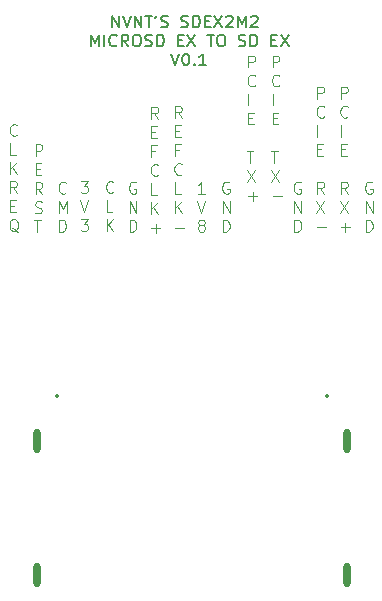
<source format=gto>
%TF.GenerationSoftware,KiCad,Pcbnew,9.0.2*%
%TF.CreationDate,2025-06-23T10:18:23+08:00*%
%TF.ProjectId,SDEX2M2 MicroSD Express to SD Express Adapter,53444558-324d-4322-904d-6963726f5344,rev?*%
%TF.SameCoordinates,Original*%
%TF.FileFunction,Legend,Top*%
%TF.FilePolarity,Positive*%
%FSLAX46Y46*%
G04 Gerber Fmt 4.6, Leading zero omitted, Abs format (unit mm)*
G04 Created by KiCad (PCBNEW 9.0.2) date 2025-06-23 10:18:23*
%MOMM*%
%LPD*%
G01*
G04 APERTURE LIST*
%ADD10C,0.100000*%
%ADD11C,0.200000*%
%ADD12C,0.350000*%
%ADD13O,0.650000X2.050000*%
G04 APERTURE END LIST*
D10*
X144357693Y-116070150D02*
X144262455Y-116022531D01*
X144262455Y-116022531D02*
X144119598Y-116022531D01*
X144119598Y-116022531D02*
X143976741Y-116070150D01*
X143976741Y-116070150D02*
X143881503Y-116165388D01*
X143881503Y-116165388D02*
X143833884Y-116260626D01*
X143833884Y-116260626D02*
X143786265Y-116451102D01*
X143786265Y-116451102D02*
X143786265Y-116593959D01*
X143786265Y-116593959D02*
X143833884Y-116784435D01*
X143833884Y-116784435D02*
X143881503Y-116879673D01*
X143881503Y-116879673D02*
X143976741Y-116974912D01*
X143976741Y-116974912D02*
X144119598Y-117022531D01*
X144119598Y-117022531D02*
X144214836Y-117022531D01*
X144214836Y-117022531D02*
X144357693Y-116974912D01*
X144357693Y-116974912D02*
X144405312Y-116927292D01*
X144405312Y-116927292D02*
X144405312Y-116593959D01*
X144405312Y-116593959D02*
X144214836Y-116593959D01*
X143833884Y-118632475D02*
X143833884Y-117632475D01*
X143833884Y-117632475D02*
X144405312Y-118632475D01*
X144405312Y-118632475D02*
X144405312Y-117632475D01*
X143833884Y-120242419D02*
X143833884Y-119242419D01*
X143833884Y-119242419D02*
X144071979Y-119242419D01*
X144071979Y-119242419D02*
X144214836Y-119290038D01*
X144214836Y-119290038D02*
X144310074Y-119385276D01*
X144310074Y-119385276D02*
X144357693Y-119480514D01*
X144357693Y-119480514D02*
X144405312Y-119670990D01*
X144405312Y-119670990D02*
X144405312Y-119813847D01*
X144405312Y-119813847D02*
X144357693Y-120004323D01*
X144357693Y-120004323D02*
X144310074Y-120099561D01*
X144310074Y-120099561D02*
X144214836Y-120194800D01*
X144214836Y-120194800D02*
X144071979Y-120242419D01*
X144071979Y-120242419D02*
X143833884Y-120242419D01*
X134555312Y-116877292D02*
X134507693Y-116924912D01*
X134507693Y-116924912D02*
X134364836Y-116972531D01*
X134364836Y-116972531D02*
X134269598Y-116972531D01*
X134269598Y-116972531D02*
X134126741Y-116924912D01*
X134126741Y-116924912D02*
X134031503Y-116829673D01*
X134031503Y-116829673D02*
X133983884Y-116734435D01*
X133983884Y-116734435D02*
X133936265Y-116543959D01*
X133936265Y-116543959D02*
X133936265Y-116401102D01*
X133936265Y-116401102D02*
X133983884Y-116210626D01*
X133983884Y-116210626D02*
X134031503Y-116115388D01*
X134031503Y-116115388D02*
X134126741Y-116020150D01*
X134126741Y-116020150D02*
X134269598Y-115972531D01*
X134269598Y-115972531D02*
X134364836Y-115972531D01*
X134364836Y-115972531D02*
X134507693Y-116020150D01*
X134507693Y-116020150D02*
X134555312Y-116067769D01*
X134460074Y-118582475D02*
X133983884Y-118582475D01*
X133983884Y-118582475D02*
X133983884Y-117582475D01*
X133983884Y-120192419D02*
X133983884Y-119192419D01*
X134555312Y-120192419D02*
X134126741Y-119620990D01*
X134555312Y-119192419D02*
X133983884Y-119763847D01*
X151833884Y-108972811D02*
X151833884Y-107972811D01*
X151833884Y-107972811D02*
X152214836Y-107972811D01*
X152214836Y-107972811D02*
X152310074Y-108020430D01*
X152310074Y-108020430D02*
X152357693Y-108068049D01*
X152357693Y-108068049D02*
X152405312Y-108163287D01*
X152405312Y-108163287D02*
X152405312Y-108306144D01*
X152405312Y-108306144D02*
X152357693Y-108401382D01*
X152357693Y-108401382D02*
X152310074Y-108449001D01*
X152310074Y-108449001D02*
X152214836Y-108496620D01*
X152214836Y-108496620D02*
X151833884Y-108496620D01*
X152405312Y-110487516D02*
X152357693Y-110535136D01*
X152357693Y-110535136D02*
X152214836Y-110582755D01*
X152214836Y-110582755D02*
X152119598Y-110582755D01*
X152119598Y-110582755D02*
X151976741Y-110535136D01*
X151976741Y-110535136D02*
X151881503Y-110439897D01*
X151881503Y-110439897D02*
X151833884Y-110344659D01*
X151833884Y-110344659D02*
X151786265Y-110154183D01*
X151786265Y-110154183D02*
X151786265Y-110011326D01*
X151786265Y-110011326D02*
X151833884Y-109820850D01*
X151833884Y-109820850D02*
X151881503Y-109725612D01*
X151881503Y-109725612D02*
X151976741Y-109630374D01*
X151976741Y-109630374D02*
X152119598Y-109582755D01*
X152119598Y-109582755D02*
X152214836Y-109582755D01*
X152214836Y-109582755D02*
X152357693Y-109630374D01*
X152357693Y-109630374D02*
X152405312Y-109677993D01*
X151833884Y-112192699D02*
X151833884Y-111192699D01*
X151833884Y-113278833D02*
X152167217Y-113278833D01*
X152310074Y-113802643D02*
X151833884Y-113802643D01*
X151833884Y-113802643D02*
X151833884Y-112802643D01*
X151833884Y-112802643D02*
X152310074Y-112802643D01*
X152405312Y-117022531D02*
X152071979Y-116546340D01*
X151833884Y-117022531D02*
X151833884Y-116022531D01*
X151833884Y-116022531D02*
X152214836Y-116022531D01*
X152214836Y-116022531D02*
X152310074Y-116070150D01*
X152310074Y-116070150D02*
X152357693Y-116117769D01*
X152357693Y-116117769D02*
X152405312Y-116213007D01*
X152405312Y-116213007D02*
X152405312Y-116355864D01*
X152405312Y-116355864D02*
X152357693Y-116451102D01*
X152357693Y-116451102D02*
X152310074Y-116498721D01*
X152310074Y-116498721D02*
X152214836Y-116546340D01*
X152214836Y-116546340D02*
X151833884Y-116546340D01*
X151738646Y-117632475D02*
X152405312Y-118632475D01*
X152405312Y-117632475D02*
X151738646Y-118632475D01*
X151833884Y-119861466D02*
X152595789Y-119861466D01*
X138355312Y-110682755D02*
X138021979Y-110206564D01*
X137783884Y-110682755D02*
X137783884Y-109682755D01*
X137783884Y-109682755D02*
X138164836Y-109682755D01*
X138164836Y-109682755D02*
X138260074Y-109730374D01*
X138260074Y-109730374D02*
X138307693Y-109777993D01*
X138307693Y-109777993D02*
X138355312Y-109873231D01*
X138355312Y-109873231D02*
X138355312Y-110016088D01*
X138355312Y-110016088D02*
X138307693Y-110111326D01*
X138307693Y-110111326D02*
X138260074Y-110158945D01*
X138260074Y-110158945D02*
X138164836Y-110206564D01*
X138164836Y-110206564D02*
X137783884Y-110206564D01*
X137783884Y-111768889D02*
X138117217Y-111768889D01*
X138260074Y-112292699D02*
X137783884Y-112292699D01*
X137783884Y-112292699D02*
X137783884Y-111292699D01*
X137783884Y-111292699D02*
X138260074Y-111292699D01*
X138117217Y-113378833D02*
X137783884Y-113378833D01*
X137783884Y-113902643D02*
X137783884Y-112902643D01*
X137783884Y-112902643D02*
X138260074Y-112902643D01*
X138355312Y-115417348D02*
X138307693Y-115464968D01*
X138307693Y-115464968D02*
X138164836Y-115512587D01*
X138164836Y-115512587D02*
X138069598Y-115512587D01*
X138069598Y-115512587D02*
X137926741Y-115464968D01*
X137926741Y-115464968D02*
X137831503Y-115369729D01*
X137831503Y-115369729D02*
X137783884Y-115274491D01*
X137783884Y-115274491D02*
X137736265Y-115084015D01*
X137736265Y-115084015D02*
X137736265Y-114941158D01*
X137736265Y-114941158D02*
X137783884Y-114750682D01*
X137783884Y-114750682D02*
X137831503Y-114655444D01*
X137831503Y-114655444D02*
X137926741Y-114560206D01*
X137926741Y-114560206D02*
X138069598Y-114512587D01*
X138069598Y-114512587D02*
X138164836Y-114512587D01*
X138164836Y-114512587D02*
X138307693Y-114560206D01*
X138307693Y-114560206D02*
X138355312Y-114607825D01*
X138260074Y-117122531D02*
X137783884Y-117122531D01*
X137783884Y-117122531D02*
X137783884Y-116122531D01*
X137783884Y-118732475D02*
X137783884Y-117732475D01*
X138355312Y-118732475D02*
X137926741Y-118161046D01*
X138355312Y-117732475D02*
X137783884Y-118303903D01*
X137783884Y-119961466D02*
X138545789Y-119961466D01*
X138164836Y-120342419D02*
X138164836Y-119580514D01*
X153833884Y-108972811D02*
X153833884Y-107972811D01*
X153833884Y-107972811D02*
X154214836Y-107972811D01*
X154214836Y-107972811D02*
X154310074Y-108020430D01*
X154310074Y-108020430D02*
X154357693Y-108068049D01*
X154357693Y-108068049D02*
X154405312Y-108163287D01*
X154405312Y-108163287D02*
X154405312Y-108306144D01*
X154405312Y-108306144D02*
X154357693Y-108401382D01*
X154357693Y-108401382D02*
X154310074Y-108449001D01*
X154310074Y-108449001D02*
X154214836Y-108496620D01*
X154214836Y-108496620D02*
X153833884Y-108496620D01*
X154405312Y-110487516D02*
X154357693Y-110535136D01*
X154357693Y-110535136D02*
X154214836Y-110582755D01*
X154214836Y-110582755D02*
X154119598Y-110582755D01*
X154119598Y-110582755D02*
X153976741Y-110535136D01*
X153976741Y-110535136D02*
X153881503Y-110439897D01*
X153881503Y-110439897D02*
X153833884Y-110344659D01*
X153833884Y-110344659D02*
X153786265Y-110154183D01*
X153786265Y-110154183D02*
X153786265Y-110011326D01*
X153786265Y-110011326D02*
X153833884Y-109820850D01*
X153833884Y-109820850D02*
X153881503Y-109725612D01*
X153881503Y-109725612D02*
X153976741Y-109630374D01*
X153976741Y-109630374D02*
X154119598Y-109582755D01*
X154119598Y-109582755D02*
X154214836Y-109582755D01*
X154214836Y-109582755D02*
X154357693Y-109630374D01*
X154357693Y-109630374D02*
X154405312Y-109677993D01*
X153833884Y-112192699D02*
X153833884Y-111192699D01*
X153833884Y-113278833D02*
X154167217Y-113278833D01*
X154310074Y-113802643D02*
X153833884Y-113802643D01*
X153833884Y-113802643D02*
X153833884Y-112802643D01*
X153833884Y-112802643D02*
X154310074Y-112802643D01*
X154405312Y-117022531D02*
X154071979Y-116546340D01*
X153833884Y-117022531D02*
X153833884Y-116022531D01*
X153833884Y-116022531D02*
X154214836Y-116022531D01*
X154214836Y-116022531D02*
X154310074Y-116070150D01*
X154310074Y-116070150D02*
X154357693Y-116117769D01*
X154357693Y-116117769D02*
X154405312Y-116213007D01*
X154405312Y-116213007D02*
X154405312Y-116355864D01*
X154405312Y-116355864D02*
X154357693Y-116451102D01*
X154357693Y-116451102D02*
X154310074Y-116498721D01*
X154310074Y-116498721D02*
X154214836Y-116546340D01*
X154214836Y-116546340D02*
X153833884Y-116546340D01*
X153738646Y-117632475D02*
X154405312Y-118632475D01*
X154405312Y-117632475D02*
X153738646Y-118632475D01*
X153833884Y-119861466D02*
X154595789Y-119861466D01*
X154214836Y-120242419D02*
X154214836Y-119480514D01*
X130555312Y-116927292D02*
X130507693Y-116974912D01*
X130507693Y-116974912D02*
X130364836Y-117022531D01*
X130364836Y-117022531D02*
X130269598Y-117022531D01*
X130269598Y-117022531D02*
X130126741Y-116974912D01*
X130126741Y-116974912D02*
X130031503Y-116879673D01*
X130031503Y-116879673D02*
X129983884Y-116784435D01*
X129983884Y-116784435D02*
X129936265Y-116593959D01*
X129936265Y-116593959D02*
X129936265Y-116451102D01*
X129936265Y-116451102D02*
X129983884Y-116260626D01*
X129983884Y-116260626D02*
X130031503Y-116165388D01*
X130031503Y-116165388D02*
X130126741Y-116070150D01*
X130126741Y-116070150D02*
X130269598Y-116022531D01*
X130269598Y-116022531D02*
X130364836Y-116022531D01*
X130364836Y-116022531D02*
X130507693Y-116070150D01*
X130507693Y-116070150D02*
X130555312Y-116117769D01*
X129983884Y-118632475D02*
X129983884Y-117632475D01*
X129983884Y-117632475D02*
X130317217Y-118346760D01*
X130317217Y-118346760D02*
X130650550Y-117632475D01*
X130650550Y-117632475D02*
X130650550Y-118632475D01*
X129983884Y-120242419D02*
X129983884Y-119242419D01*
X129983884Y-119242419D02*
X130221979Y-119242419D01*
X130221979Y-119242419D02*
X130364836Y-119290038D01*
X130364836Y-119290038D02*
X130460074Y-119385276D01*
X130460074Y-119385276D02*
X130507693Y-119480514D01*
X130507693Y-119480514D02*
X130555312Y-119670990D01*
X130555312Y-119670990D02*
X130555312Y-119813847D01*
X130555312Y-119813847D02*
X130507693Y-120004323D01*
X130507693Y-120004323D02*
X130460074Y-120099561D01*
X130460074Y-120099561D02*
X130364836Y-120194800D01*
X130364836Y-120194800D02*
X130221979Y-120242419D01*
X130221979Y-120242419D02*
X129983884Y-120242419D01*
X126405312Y-112047460D02*
X126357693Y-112095080D01*
X126357693Y-112095080D02*
X126214836Y-112142699D01*
X126214836Y-112142699D02*
X126119598Y-112142699D01*
X126119598Y-112142699D02*
X125976741Y-112095080D01*
X125976741Y-112095080D02*
X125881503Y-111999841D01*
X125881503Y-111999841D02*
X125833884Y-111904603D01*
X125833884Y-111904603D02*
X125786265Y-111714127D01*
X125786265Y-111714127D02*
X125786265Y-111571270D01*
X125786265Y-111571270D02*
X125833884Y-111380794D01*
X125833884Y-111380794D02*
X125881503Y-111285556D01*
X125881503Y-111285556D02*
X125976741Y-111190318D01*
X125976741Y-111190318D02*
X126119598Y-111142699D01*
X126119598Y-111142699D02*
X126214836Y-111142699D01*
X126214836Y-111142699D02*
X126357693Y-111190318D01*
X126357693Y-111190318D02*
X126405312Y-111237937D01*
X126310074Y-113752643D02*
X125833884Y-113752643D01*
X125833884Y-113752643D02*
X125833884Y-112752643D01*
X125833884Y-115362587D02*
X125833884Y-114362587D01*
X126405312Y-115362587D02*
X125976741Y-114791158D01*
X126405312Y-114362587D02*
X125833884Y-114934015D01*
X126405312Y-116972531D02*
X126071979Y-116496340D01*
X125833884Y-116972531D02*
X125833884Y-115972531D01*
X125833884Y-115972531D02*
X126214836Y-115972531D01*
X126214836Y-115972531D02*
X126310074Y-116020150D01*
X126310074Y-116020150D02*
X126357693Y-116067769D01*
X126357693Y-116067769D02*
X126405312Y-116163007D01*
X126405312Y-116163007D02*
X126405312Y-116305864D01*
X126405312Y-116305864D02*
X126357693Y-116401102D01*
X126357693Y-116401102D02*
X126310074Y-116448721D01*
X126310074Y-116448721D02*
X126214836Y-116496340D01*
X126214836Y-116496340D02*
X125833884Y-116496340D01*
X125833884Y-118058665D02*
X126167217Y-118058665D01*
X126310074Y-118582475D02*
X125833884Y-118582475D01*
X125833884Y-118582475D02*
X125833884Y-117582475D01*
X125833884Y-117582475D02*
X126310074Y-117582475D01*
X126500550Y-120287657D02*
X126405312Y-120240038D01*
X126405312Y-120240038D02*
X126310074Y-120144800D01*
X126310074Y-120144800D02*
X126167217Y-120001942D01*
X126167217Y-120001942D02*
X126071979Y-119954323D01*
X126071979Y-119954323D02*
X125976741Y-119954323D01*
X126024360Y-120192419D02*
X125929122Y-120144800D01*
X125929122Y-120144800D02*
X125833884Y-120049561D01*
X125833884Y-120049561D02*
X125786265Y-119859085D01*
X125786265Y-119859085D02*
X125786265Y-119525752D01*
X125786265Y-119525752D02*
X125833884Y-119335276D01*
X125833884Y-119335276D02*
X125929122Y-119240038D01*
X125929122Y-119240038D02*
X126024360Y-119192419D01*
X126024360Y-119192419D02*
X126214836Y-119192419D01*
X126214836Y-119192419D02*
X126310074Y-119240038D01*
X126310074Y-119240038D02*
X126405312Y-119335276D01*
X126405312Y-119335276D02*
X126452931Y-119525752D01*
X126452931Y-119525752D02*
X126452931Y-119859085D01*
X126452931Y-119859085D02*
X126405312Y-120049561D01*
X126405312Y-120049561D02*
X126310074Y-120144800D01*
X126310074Y-120144800D02*
X126214836Y-120192419D01*
X126214836Y-120192419D02*
X126024360Y-120192419D01*
X142307693Y-117022531D02*
X141736265Y-117022531D01*
X142021979Y-117022531D02*
X142021979Y-116022531D01*
X142021979Y-116022531D02*
X141926741Y-116165388D01*
X141926741Y-116165388D02*
X141831503Y-116260626D01*
X141831503Y-116260626D02*
X141736265Y-116308245D01*
X141641027Y-117632475D02*
X141974360Y-118632475D01*
X141974360Y-118632475D02*
X142307693Y-117632475D01*
X141926741Y-119670990D02*
X141831503Y-119623371D01*
X141831503Y-119623371D02*
X141783884Y-119575752D01*
X141783884Y-119575752D02*
X141736265Y-119480514D01*
X141736265Y-119480514D02*
X141736265Y-119432895D01*
X141736265Y-119432895D02*
X141783884Y-119337657D01*
X141783884Y-119337657D02*
X141831503Y-119290038D01*
X141831503Y-119290038D02*
X141926741Y-119242419D01*
X141926741Y-119242419D02*
X142117217Y-119242419D01*
X142117217Y-119242419D02*
X142212455Y-119290038D01*
X142212455Y-119290038D02*
X142260074Y-119337657D01*
X142260074Y-119337657D02*
X142307693Y-119432895D01*
X142307693Y-119432895D02*
X142307693Y-119480514D01*
X142307693Y-119480514D02*
X142260074Y-119575752D01*
X142260074Y-119575752D02*
X142212455Y-119623371D01*
X142212455Y-119623371D02*
X142117217Y-119670990D01*
X142117217Y-119670990D02*
X141926741Y-119670990D01*
X141926741Y-119670990D02*
X141831503Y-119718609D01*
X141831503Y-119718609D02*
X141783884Y-119766228D01*
X141783884Y-119766228D02*
X141736265Y-119861466D01*
X141736265Y-119861466D02*
X141736265Y-120051942D01*
X141736265Y-120051942D02*
X141783884Y-120147180D01*
X141783884Y-120147180D02*
X141831503Y-120194800D01*
X141831503Y-120194800D02*
X141926741Y-120242419D01*
X141926741Y-120242419D02*
X142117217Y-120242419D01*
X142117217Y-120242419D02*
X142212455Y-120194800D01*
X142212455Y-120194800D02*
X142260074Y-120147180D01*
X142260074Y-120147180D02*
X142307693Y-120051942D01*
X142307693Y-120051942D02*
X142307693Y-119861466D01*
X142307693Y-119861466D02*
X142260074Y-119766228D01*
X142260074Y-119766228D02*
X142212455Y-119718609D01*
X142212455Y-119718609D02*
X142117217Y-119670990D01*
X145994330Y-106342356D02*
X145994330Y-105342356D01*
X145994330Y-105342356D02*
X146375282Y-105342356D01*
X146375282Y-105342356D02*
X146470520Y-105389975D01*
X146470520Y-105389975D02*
X146518139Y-105437594D01*
X146518139Y-105437594D02*
X146565758Y-105532832D01*
X146565758Y-105532832D02*
X146565758Y-105675689D01*
X146565758Y-105675689D02*
X146518139Y-105770927D01*
X146518139Y-105770927D02*
X146470520Y-105818546D01*
X146470520Y-105818546D02*
X146375282Y-105866165D01*
X146375282Y-105866165D02*
X145994330Y-105866165D01*
X146565758Y-107857061D02*
X146518139Y-107904681D01*
X146518139Y-107904681D02*
X146375282Y-107952300D01*
X146375282Y-107952300D02*
X146280044Y-107952300D01*
X146280044Y-107952300D02*
X146137187Y-107904681D01*
X146137187Y-107904681D02*
X146041949Y-107809442D01*
X146041949Y-107809442D02*
X145994330Y-107714204D01*
X145994330Y-107714204D02*
X145946711Y-107523728D01*
X145946711Y-107523728D02*
X145946711Y-107380871D01*
X145946711Y-107380871D02*
X145994330Y-107190395D01*
X145994330Y-107190395D02*
X146041949Y-107095157D01*
X146041949Y-107095157D02*
X146137187Y-106999919D01*
X146137187Y-106999919D02*
X146280044Y-106952300D01*
X146280044Y-106952300D02*
X146375282Y-106952300D01*
X146375282Y-106952300D02*
X146518139Y-106999919D01*
X146518139Y-106999919D02*
X146565758Y-107047538D01*
X145994330Y-109562244D02*
X145994330Y-108562244D01*
X145994330Y-110648378D02*
X146327663Y-110648378D01*
X146470520Y-111172188D02*
X145994330Y-111172188D01*
X145994330Y-111172188D02*
X145994330Y-110172188D01*
X145994330Y-110172188D02*
X146470520Y-110172188D01*
X145851473Y-113392076D02*
X146422901Y-113392076D01*
X146137187Y-114392076D02*
X146137187Y-113392076D01*
X145899092Y-115002020D02*
X146565758Y-116002020D01*
X146565758Y-115002020D02*
X145899092Y-116002020D01*
X145994330Y-117231011D02*
X146756235Y-117231011D01*
X146375282Y-117611964D02*
X146375282Y-116850059D01*
X131788646Y-115972531D02*
X132407693Y-115972531D01*
X132407693Y-115972531D02*
X132074360Y-116353483D01*
X132074360Y-116353483D02*
X132217217Y-116353483D01*
X132217217Y-116353483D02*
X132312455Y-116401102D01*
X132312455Y-116401102D02*
X132360074Y-116448721D01*
X132360074Y-116448721D02*
X132407693Y-116543959D01*
X132407693Y-116543959D02*
X132407693Y-116782054D01*
X132407693Y-116782054D02*
X132360074Y-116877292D01*
X132360074Y-116877292D02*
X132312455Y-116924912D01*
X132312455Y-116924912D02*
X132217217Y-116972531D01*
X132217217Y-116972531D02*
X131931503Y-116972531D01*
X131931503Y-116972531D02*
X131836265Y-116924912D01*
X131836265Y-116924912D02*
X131788646Y-116877292D01*
X131741027Y-117582475D02*
X132074360Y-118582475D01*
X132074360Y-118582475D02*
X132407693Y-117582475D01*
X131788646Y-119192419D02*
X132407693Y-119192419D01*
X132407693Y-119192419D02*
X132074360Y-119573371D01*
X132074360Y-119573371D02*
X132217217Y-119573371D01*
X132217217Y-119573371D02*
X132312455Y-119620990D01*
X132312455Y-119620990D02*
X132360074Y-119668609D01*
X132360074Y-119668609D02*
X132407693Y-119763847D01*
X132407693Y-119763847D02*
X132407693Y-120001942D01*
X132407693Y-120001942D02*
X132360074Y-120097180D01*
X132360074Y-120097180D02*
X132312455Y-120144800D01*
X132312455Y-120144800D02*
X132217217Y-120192419D01*
X132217217Y-120192419D02*
X131931503Y-120192419D01*
X131931503Y-120192419D02*
X131836265Y-120144800D01*
X131836265Y-120144800D02*
X131788646Y-120097180D01*
X150407693Y-116070150D02*
X150312455Y-116022531D01*
X150312455Y-116022531D02*
X150169598Y-116022531D01*
X150169598Y-116022531D02*
X150026741Y-116070150D01*
X150026741Y-116070150D02*
X149931503Y-116165388D01*
X149931503Y-116165388D02*
X149883884Y-116260626D01*
X149883884Y-116260626D02*
X149836265Y-116451102D01*
X149836265Y-116451102D02*
X149836265Y-116593959D01*
X149836265Y-116593959D02*
X149883884Y-116784435D01*
X149883884Y-116784435D02*
X149931503Y-116879673D01*
X149931503Y-116879673D02*
X150026741Y-116974912D01*
X150026741Y-116974912D02*
X150169598Y-117022531D01*
X150169598Y-117022531D02*
X150264836Y-117022531D01*
X150264836Y-117022531D02*
X150407693Y-116974912D01*
X150407693Y-116974912D02*
X150455312Y-116927292D01*
X150455312Y-116927292D02*
X150455312Y-116593959D01*
X150455312Y-116593959D02*
X150264836Y-116593959D01*
X149883884Y-118632475D02*
X149883884Y-117632475D01*
X149883884Y-117632475D02*
X150455312Y-118632475D01*
X150455312Y-118632475D02*
X150455312Y-117632475D01*
X149883884Y-120242419D02*
X149883884Y-119242419D01*
X149883884Y-119242419D02*
X150121979Y-119242419D01*
X150121979Y-119242419D02*
X150264836Y-119290038D01*
X150264836Y-119290038D02*
X150360074Y-119385276D01*
X150360074Y-119385276D02*
X150407693Y-119480514D01*
X150407693Y-119480514D02*
X150455312Y-119670990D01*
X150455312Y-119670990D02*
X150455312Y-119813847D01*
X150455312Y-119813847D02*
X150407693Y-120004323D01*
X150407693Y-120004323D02*
X150360074Y-120099561D01*
X150360074Y-120099561D02*
X150264836Y-120194800D01*
X150264836Y-120194800D02*
X150121979Y-120242419D01*
X150121979Y-120242419D02*
X149883884Y-120242419D01*
X127983884Y-113852643D02*
X127983884Y-112852643D01*
X127983884Y-112852643D02*
X128364836Y-112852643D01*
X128364836Y-112852643D02*
X128460074Y-112900262D01*
X128460074Y-112900262D02*
X128507693Y-112947881D01*
X128507693Y-112947881D02*
X128555312Y-113043119D01*
X128555312Y-113043119D02*
X128555312Y-113185976D01*
X128555312Y-113185976D02*
X128507693Y-113281214D01*
X128507693Y-113281214D02*
X128460074Y-113328833D01*
X128460074Y-113328833D02*
X128364836Y-113376452D01*
X128364836Y-113376452D02*
X127983884Y-113376452D01*
X127983884Y-114938777D02*
X128317217Y-114938777D01*
X128460074Y-115462587D02*
X127983884Y-115462587D01*
X127983884Y-115462587D02*
X127983884Y-114462587D01*
X127983884Y-114462587D02*
X128460074Y-114462587D01*
X128555312Y-117072531D02*
X128221979Y-116596340D01*
X127983884Y-117072531D02*
X127983884Y-116072531D01*
X127983884Y-116072531D02*
X128364836Y-116072531D01*
X128364836Y-116072531D02*
X128460074Y-116120150D01*
X128460074Y-116120150D02*
X128507693Y-116167769D01*
X128507693Y-116167769D02*
X128555312Y-116263007D01*
X128555312Y-116263007D02*
X128555312Y-116405864D01*
X128555312Y-116405864D02*
X128507693Y-116501102D01*
X128507693Y-116501102D02*
X128460074Y-116548721D01*
X128460074Y-116548721D02*
X128364836Y-116596340D01*
X128364836Y-116596340D02*
X127983884Y-116596340D01*
X127936265Y-118634856D02*
X128079122Y-118682475D01*
X128079122Y-118682475D02*
X128317217Y-118682475D01*
X128317217Y-118682475D02*
X128412455Y-118634856D01*
X128412455Y-118634856D02*
X128460074Y-118587236D01*
X128460074Y-118587236D02*
X128507693Y-118491998D01*
X128507693Y-118491998D02*
X128507693Y-118396760D01*
X128507693Y-118396760D02*
X128460074Y-118301522D01*
X128460074Y-118301522D02*
X128412455Y-118253903D01*
X128412455Y-118253903D02*
X128317217Y-118206284D01*
X128317217Y-118206284D02*
X128126741Y-118158665D01*
X128126741Y-118158665D02*
X128031503Y-118111046D01*
X128031503Y-118111046D02*
X127983884Y-118063427D01*
X127983884Y-118063427D02*
X127936265Y-117968189D01*
X127936265Y-117968189D02*
X127936265Y-117872951D01*
X127936265Y-117872951D02*
X127983884Y-117777713D01*
X127983884Y-117777713D02*
X128031503Y-117730094D01*
X128031503Y-117730094D02*
X128126741Y-117682475D01*
X128126741Y-117682475D02*
X128364836Y-117682475D01*
X128364836Y-117682475D02*
X128507693Y-117730094D01*
X127841027Y-119292419D02*
X128412455Y-119292419D01*
X128126741Y-120292419D02*
X128126741Y-119292419D01*
X140355312Y-110632755D02*
X140021979Y-110156564D01*
X139783884Y-110632755D02*
X139783884Y-109632755D01*
X139783884Y-109632755D02*
X140164836Y-109632755D01*
X140164836Y-109632755D02*
X140260074Y-109680374D01*
X140260074Y-109680374D02*
X140307693Y-109727993D01*
X140307693Y-109727993D02*
X140355312Y-109823231D01*
X140355312Y-109823231D02*
X140355312Y-109966088D01*
X140355312Y-109966088D02*
X140307693Y-110061326D01*
X140307693Y-110061326D02*
X140260074Y-110108945D01*
X140260074Y-110108945D02*
X140164836Y-110156564D01*
X140164836Y-110156564D02*
X139783884Y-110156564D01*
X139783884Y-111718889D02*
X140117217Y-111718889D01*
X140260074Y-112242699D02*
X139783884Y-112242699D01*
X139783884Y-112242699D02*
X139783884Y-111242699D01*
X139783884Y-111242699D02*
X140260074Y-111242699D01*
X140117217Y-113328833D02*
X139783884Y-113328833D01*
X139783884Y-113852643D02*
X139783884Y-112852643D01*
X139783884Y-112852643D02*
X140260074Y-112852643D01*
X140355312Y-115367348D02*
X140307693Y-115414968D01*
X140307693Y-115414968D02*
X140164836Y-115462587D01*
X140164836Y-115462587D02*
X140069598Y-115462587D01*
X140069598Y-115462587D02*
X139926741Y-115414968D01*
X139926741Y-115414968D02*
X139831503Y-115319729D01*
X139831503Y-115319729D02*
X139783884Y-115224491D01*
X139783884Y-115224491D02*
X139736265Y-115034015D01*
X139736265Y-115034015D02*
X139736265Y-114891158D01*
X139736265Y-114891158D02*
X139783884Y-114700682D01*
X139783884Y-114700682D02*
X139831503Y-114605444D01*
X139831503Y-114605444D02*
X139926741Y-114510206D01*
X139926741Y-114510206D02*
X140069598Y-114462587D01*
X140069598Y-114462587D02*
X140164836Y-114462587D01*
X140164836Y-114462587D02*
X140307693Y-114510206D01*
X140307693Y-114510206D02*
X140355312Y-114557825D01*
X140260074Y-117072531D02*
X139783884Y-117072531D01*
X139783884Y-117072531D02*
X139783884Y-116072531D01*
X139783884Y-118682475D02*
X139783884Y-117682475D01*
X140355312Y-118682475D02*
X139926741Y-118111046D01*
X140355312Y-117682475D02*
X139783884Y-118253903D01*
X139783884Y-119911466D02*
X140545789Y-119911466D01*
X156457693Y-116070150D02*
X156362455Y-116022531D01*
X156362455Y-116022531D02*
X156219598Y-116022531D01*
X156219598Y-116022531D02*
X156076741Y-116070150D01*
X156076741Y-116070150D02*
X155981503Y-116165388D01*
X155981503Y-116165388D02*
X155933884Y-116260626D01*
X155933884Y-116260626D02*
X155886265Y-116451102D01*
X155886265Y-116451102D02*
X155886265Y-116593959D01*
X155886265Y-116593959D02*
X155933884Y-116784435D01*
X155933884Y-116784435D02*
X155981503Y-116879673D01*
X155981503Y-116879673D02*
X156076741Y-116974912D01*
X156076741Y-116974912D02*
X156219598Y-117022531D01*
X156219598Y-117022531D02*
X156314836Y-117022531D01*
X156314836Y-117022531D02*
X156457693Y-116974912D01*
X156457693Y-116974912D02*
X156505312Y-116927292D01*
X156505312Y-116927292D02*
X156505312Y-116593959D01*
X156505312Y-116593959D02*
X156314836Y-116593959D01*
X155933884Y-118632475D02*
X155933884Y-117632475D01*
X155933884Y-117632475D02*
X156505312Y-118632475D01*
X156505312Y-118632475D02*
X156505312Y-117632475D01*
X155933884Y-120242419D02*
X155933884Y-119242419D01*
X155933884Y-119242419D02*
X156171979Y-119242419D01*
X156171979Y-119242419D02*
X156314836Y-119290038D01*
X156314836Y-119290038D02*
X156410074Y-119385276D01*
X156410074Y-119385276D02*
X156457693Y-119480514D01*
X156457693Y-119480514D02*
X156505312Y-119670990D01*
X156505312Y-119670990D02*
X156505312Y-119813847D01*
X156505312Y-119813847D02*
X156457693Y-120004323D01*
X156457693Y-120004323D02*
X156410074Y-120099561D01*
X156410074Y-120099561D02*
X156314836Y-120194800D01*
X156314836Y-120194800D02*
X156171979Y-120242419D01*
X156171979Y-120242419D02*
X155933884Y-120242419D01*
X148044330Y-106342356D02*
X148044330Y-105342356D01*
X148044330Y-105342356D02*
X148425282Y-105342356D01*
X148425282Y-105342356D02*
X148520520Y-105389975D01*
X148520520Y-105389975D02*
X148568139Y-105437594D01*
X148568139Y-105437594D02*
X148615758Y-105532832D01*
X148615758Y-105532832D02*
X148615758Y-105675689D01*
X148615758Y-105675689D02*
X148568139Y-105770927D01*
X148568139Y-105770927D02*
X148520520Y-105818546D01*
X148520520Y-105818546D02*
X148425282Y-105866165D01*
X148425282Y-105866165D02*
X148044330Y-105866165D01*
X148615758Y-107857061D02*
X148568139Y-107904681D01*
X148568139Y-107904681D02*
X148425282Y-107952300D01*
X148425282Y-107952300D02*
X148330044Y-107952300D01*
X148330044Y-107952300D02*
X148187187Y-107904681D01*
X148187187Y-107904681D02*
X148091949Y-107809442D01*
X148091949Y-107809442D02*
X148044330Y-107714204D01*
X148044330Y-107714204D02*
X147996711Y-107523728D01*
X147996711Y-107523728D02*
X147996711Y-107380871D01*
X147996711Y-107380871D02*
X148044330Y-107190395D01*
X148044330Y-107190395D02*
X148091949Y-107095157D01*
X148091949Y-107095157D02*
X148187187Y-106999919D01*
X148187187Y-106999919D02*
X148330044Y-106952300D01*
X148330044Y-106952300D02*
X148425282Y-106952300D01*
X148425282Y-106952300D02*
X148568139Y-106999919D01*
X148568139Y-106999919D02*
X148615758Y-107047538D01*
X148044330Y-109562244D02*
X148044330Y-108562244D01*
X148044330Y-110648378D02*
X148377663Y-110648378D01*
X148520520Y-111172188D02*
X148044330Y-111172188D01*
X148044330Y-111172188D02*
X148044330Y-110172188D01*
X148044330Y-110172188D02*
X148520520Y-110172188D01*
X147901473Y-113392076D02*
X148472901Y-113392076D01*
X148187187Y-114392076D02*
X148187187Y-113392076D01*
X147949092Y-115002020D02*
X148615758Y-116002020D01*
X148615758Y-115002020D02*
X147949092Y-116002020D01*
X148044330Y-117231011D02*
X148806235Y-117231011D01*
X136457693Y-116070150D02*
X136362455Y-116022531D01*
X136362455Y-116022531D02*
X136219598Y-116022531D01*
X136219598Y-116022531D02*
X136076741Y-116070150D01*
X136076741Y-116070150D02*
X135981503Y-116165388D01*
X135981503Y-116165388D02*
X135933884Y-116260626D01*
X135933884Y-116260626D02*
X135886265Y-116451102D01*
X135886265Y-116451102D02*
X135886265Y-116593959D01*
X135886265Y-116593959D02*
X135933884Y-116784435D01*
X135933884Y-116784435D02*
X135981503Y-116879673D01*
X135981503Y-116879673D02*
X136076741Y-116974912D01*
X136076741Y-116974912D02*
X136219598Y-117022531D01*
X136219598Y-117022531D02*
X136314836Y-117022531D01*
X136314836Y-117022531D02*
X136457693Y-116974912D01*
X136457693Y-116974912D02*
X136505312Y-116927292D01*
X136505312Y-116927292D02*
X136505312Y-116593959D01*
X136505312Y-116593959D02*
X136314836Y-116593959D01*
X135933884Y-118632475D02*
X135933884Y-117632475D01*
X135933884Y-117632475D02*
X136505312Y-118632475D01*
X136505312Y-118632475D02*
X136505312Y-117632475D01*
X135933884Y-120242419D02*
X135933884Y-119242419D01*
X135933884Y-119242419D02*
X136171979Y-119242419D01*
X136171979Y-119242419D02*
X136314836Y-119290038D01*
X136314836Y-119290038D02*
X136410074Y-119385276D01*
X136410074Y-119385276D02*
X136457693Y-119480514D01*
X136457693Y-119480514D02*
X136505312Y-119670990D01*
X136505312Y-119670990D02*
X136505312Y-119813847D01*
X136505312Y-119813847D02*
X136457693Y-120004323D01*
X136457693Y-120004323D02*
X136410074Y-120099561D01*
X136410074Y-120099561D02*
X136314836Y-120194800D01*
X136314836Y-120194800D02*
X136171979Y-120242419D01*
X136171979Y-120242419D02*
X135933884Y-120242419D01*
D11*
X134456190Y-102947331D02*
X134456190Y-101947331D01*
X134456190Y-101947331D02*
X135027618Y-102947331D01*
X135027618Y-102947331D02*
X135027618Y-101947331D01*
X135360952Y-101947331D02*
X135694285Y-102947331D01*
X135694285Y-102947331D02*
X136027618Y-101947331D01*
X136360952Y-102947331D02*
X136360952Y-101947331D01*
X136360952Y-101947331D02*
X136932380Y-102947331D01*
X136932380Y-102947331D02*
X136932380Y-101947331D01*
X137265714Y-101947331D02*
X137837142Y-101947331D01*
X137551428Y-102947331D02*
X137551428Y-101947331D01*
X138218095Y-101947331D02*
X138122857Y-102137807D01*
X138599047Y-102899712D02*
X138741904Y-102947331D01*
X138741904Y-102947331D02*
X138979999Y-102947331D01*
X138979999Y-102947331D02*
X139075237Y-102899712D01*
X139075237Y-102899712D02*
X139122856Y-102852092D01*
X139122856Y-102852092D02*
X139170475Y-102756854D01*
X139170475Y-102756854D02*
X139170475Y-102661616D01*
X139170475Y-102661616D02*
X139122856Y-102566378D01*
X139122856Y-102566378D02*
X139075237Y-102518759D01*
X139075237Y-102518759D02*
X138979999Y-102471140D01*
X138979999Y-102471140D02*
X138789523Y-102423521D01*
X138789523Y-102423521D02*
X138694285Y-102375902D01*
X138694285Y-102375902D02*
X138646666Y-102328283D01*
X138646666Y-102328283D02*
X138599047Y-102233045D01*
X138599047Y-102233045D02*
X138599047Y-102137807D01*
X138599047Y-102137807D02*
X138646666Y-102042569D01*
X138646666Y-102042569D02*
X138694285Y-101994950D01*
X138694285Y-101994950D02*
X138789523Y-101947331D01*
X138789523Y-101947331D02*
X139027618Y-101947331D01*
X139027618Y-101947331D02*
X139170475Y-101994950D01*
X140313333Y-102899712D02*
X140456190Y-102947331D01*
X140456190Y-102947331D02*
X140694285Y-102947331D01*
X140694285Y-102947331D02*
X140789523Y-102899712D01*
X140789523Y-102899712D02*
X140837142Y-102852092D01*
X140837142Y-102852092D02*
X140884761Y-102756854D01*
X140884761Y-102756854D02*
X140884761Y-102661616D01*
X140884761Y-102661616D02*
X140837142Y-102566378D01*
X140837142Y-102566378D02*
X140789523Y-102518759D01*
X140789523Y-102518759D02*
X140694285Y-102471140D01*
X140694285Y-102471140D02*
X140503809Y-102423521D01*
X140503809Y-102423521D02*
X140408571Y-102375902D01*
X140408571Y-102375902D02*
X140360952Y-102328283D01*
X140360952Y-102328283D02*
X140313333Y-102233045D01*
X140313333Y-102233045D02*
X140313333Y-102137807D01*
X140313333Y-102137807D02*
X140360952Y-102042569D01*
X140360952Y-102042569D02*
X140408571Y-101994950D01*
X140408571Y-101994950D02*
X140503809Y-101947331D01*
X140503809Y-101947331D02*
X140741904Y-101947331D01*
X140741904Y-101947331D02*
X140884761Y-101994950D01*
X141313333Y-102947331D02*
X141313333Y-101947331D01*
X141313333Y-101947331D02*
X141551428Y-101947331D01*
X141551428Y-101947331D02*
X141694285Y-101994950D01*
X141694285Y-101994950D02*
X141789523Y-102090188D01*
X141789523Y-102090188D02*
X141837142Y-102185426D01*
X141837142Y-102185426D02*
X141884761Y-102375902D01*
X141884761Y-102375902D02*
X141884761Y-102518759D01*
X141884761Y-102518759D02*
X141837142Y-102709235D01*
X141837142Y-102709235D02*
X141789523Y-102804473D01*
X141789523Y-102804473D02*
X141694285Y-102899712D01*
X141694285Y-102899712D02*
X141551428Y-102947331D01*
X141551428Y-102947331D02*
X141313333Y-102947331D01*
X142313333Y-102423521D02*
X142646666Y-102423521D01*
X142789523Y-102947331D02*
X142313333Y-102947331D01*
X142313333Y-102947331D02*
X142313333Y-101947331D01*
X142313333Y-101947331D02*
X142789523Y-101947331D01*
X143122857Y-101947331D02*
X143789523Y-102947331D01*
X143789523Y-101947331D02*
X143122857Y-102947331D01*
X144122857Y-102042569D02*
X144170476Y-101994950D01*
X144170476Y-101994950D02*
X144265714Y-101947331D01*
X144265714Y-101947331D02*
X144503809Y-101947331D01*
X144503809Y-101947331D02*
X144599047Y-101994950D01*
X144599047Y-101994950D02*
X144646666Y-102042569D01*
X144646666Y-102042569D02*
X144694285Y-102137807D01*
X144694285Y-102137807D02*
X144694285Y-102233045D01*
X144694285Y-102233045D02*
X144646666Y-102375902D01*
X144646666Y-102375902D02*
X144075238Y-102947331D01*
X144075238Y-102947331D02*
X144694285Y-102947331D01*
X145122857Y-102947331D02*
X145122857Y-101947331D01*
X145122857Y-101947331D02*
X145456190Y-102661616D01*
X145456190Y-102661616D02*
X145789523Y-101947331D01*
X145789523Y-101947331D02*
X145789523Y-102947331D01*
X146218095Y-102042569D02*
X146265714Y-101994950D01*
X146265714Y-101994950D02*
X146360952Y-101947331D01*
X146360952Y-101947331D02*
X146599047Y-101947331D01*
X146599047Y-101947331D02*
X146694285Y-101994950D01*
X146694285Y-101994950D02*
X146741904Y-102042569D01*
X146741904Y-102042569D02*
X146789523Y-102137807D01*
X146789523Y-102137807D02*
X146789523Y-102233045D01*
X146789523Y-102233045D02*
X146741904Y-102375902D01*
X146741904Y-102375902D02*
X146170476Y-102947331D01*
X146170476Y-102947331D02*
X146789523Y-102947331D01*
X132646666Y-104557275D02*
X132646666Y-103557275D01*
X132646666Y-103557275D02*
X132979999Y-104271560D01*
X132979999Y-104271560D02*
X133313332Y-103557275D01*
X133313332Y-103557275D02*
X133313332Y-104557275D01*
X133789523Y-104557275D02*
X133789523Y-103557275D01*
X134837141Y-104462036D02*
X134789522Y-104509656D01*
X134789522Y-104509656D02*
X134646665Y-104557275D01*
X134646665Y-104557275D02*
X134551427Y-104557275D01*
X134551427Y-104557275D02*
X134408570Y-104509656D01*
X134408570Y-104509656D02*
X134313332Y-104414417D01*
X134313332Y-104414417D02*
X134265713Y-104319179D01*
X134265713Y-104319179D02*
X134218094Y-104128703D01*
X134218094Y-104128703D02*
X134218094Y-103985846D01*
X134218094Y-103985846D02*
X134265713Y-103795370D01*
X134265713Y-103795370D02*
X134313332Y-103700132D01*
X134313332Y-103700132D02*
X134408570Y-103604894D01*
X134408570Y-103604894D02*
X134551427Y-103557275D01*
X134551427Y-103557275D02*
X134646665Y-103557275D01*
X134646665Y-103557275D02*
X134789522Y-103604894D01*
X134789522Y-103604894D02*
X134837141Y-103652513D01*
X135837141Y-104557275D02*
X135503808Y-104081084D01*
X135265713Y-104557275D02*
X135265713Y-103557275D01*
X135265713Y-103557275D02*
X135646665Y-103557275D01*
X135646665Y-103557275D02*
X135741903Y-103604894D01*
X135741903Y-103604894D02*
X135789522Y-103652513D01*
X135789522Y-103652513D02*
X135837141Y-103747751D01*
X135837141Y-103747751D02*
X135837141Y-103890608D01*
X135837141Y-103890608D02*
X135789522Y-103985846D01*
X135789522Y-103985846D02*
X135741903Y-104033465D01*
X135741903Y-104033465D02*
X135646665Y-104081084D01*
X135646665Y-104081084D02*
X135265713Y-104081084D01*
X136456189Y-103557275D02*
X136646665Y-103557275D01*
X136646665Y-103557275D02*
X136741903Y-103604894D01*
X136741903Y-103604894D02*
X136837141Y-103700132D01*
X136837141Y-103700132D02*
X136884760Y-103890608D01*
X136884760Y-103890608D02*
X136884760Y-104223941D01*
X136884760Y-104223941D02*
X136837141Y-104414417D01*
X136837141Y-104414417D02*
X136741903Y-104509656D01*
X136741903Y-104509656D02*
X136646665Y-104557275D01*
X136646665Y-104557275D02*
X136456189Y-104557275D01*
X136456189Y-104557275D02*
X136360951Y-104509656D01*
X136360951Y-104509656D02*
X136265713Y-104414417D01*
X136265713Y-104414417D02*
X136218094Y-104223941D01*
X136218094Y-104223941D02*
X136218094Y-103890608D01*
X136218094Y-103890608D02*
X136265713Y-103700132D01*
X136265713Y-103700132D02*
X136360951Y-103604894D01*
X136360951Y-103604894D02*
X136456189Y-103557275D01*
X137265713Y-104509656D02*
X137408570Y-104557275D01*
X137408570Y-104557275D02*
X137646665Y-104557275D01*
X137646665Y-104557275D02*
X137741903Y-104509656D01*
X137741903Y-104509656D02*
X137789522Y-104462036D01*
X137789522Y-104462036D02*
X137837141Y-104366798D01*
X137837141Y-104366798D02*
X137837141Y-104271560D01*
X137837141Y-104271560D02*
X137789522Y-104176322D01*
X137789522Y-104176322D02*
X137741903Y-104128703D01*
X137741903Y-104128703D02*
X137646665Y-104081084D01*
X137646665Y-104081084D02*
X137456189Y-104033465D01*
X137456189Y-104033465D02*
X137360951Y-103985846D01*
X137360951Y-103985846D02*
X137313332Y-103938227D01*
X137313332Y-103938227D02*
X137265713Y-103842989D01*
X137265713Y-103842989D02*
X137265713Y-103747751D01*
X137265713Y-103747751D02*
X137313332Y-103652513D01*
X137313332Y-103652513D02*
X137360951Y-103604894D01*
X137360951Y-103604894D02*
X137456189Y-103557275D01*
X137456189Y-103557275D02*
X137694284Y-103557275D01*
X137694284Y-103557275D02*
X137837141Y-103604894D01*
X138265713Y-104557275D02*
X138265713Y-103557275D01*
X138265713Y-103557275D02*
X138503808Y-103557275D01*
X138503808Y-103557275D02*
X138646665Y-103604894D01*
X138646665Y-103604894D02*
X138741903Y-103700132D01*
X138741903Y-103700132D02*
X138789522Y-103795370D01*
X138789522Y-103795370D02*
X138837141Y-103985846D01*
X138837141Y-103985846D02*
X138837141Y-104128703D01*
X138837141Y-104128703D02*
X138789522Y-104319179D01*
X138789522Y-104319179D02*
X138741903Y-104414417D01*
X138741903Y-104414417D02*
X138646665Y-104509656D01*
X138646665Y-104509656D02*
X138503808Y-104557275D01*
X138503808Y-104557275D02*
X138265713Y-104557275D01*
X140027618Y-104033465D02*
X140360951Y-104033465D01*
X140503808Y-104557275D02*
X140027618Y-104557275D01*
X140027618Y-104557275D02*
X140027618Y-103557275D01*
X140027618Y-103557275D02*
X140503808Y-103557275D01*
X140837142Y-103557275D02*
X141503808Y-104557275D01*
X141503808Y-103557275D02*
X140837142Y-104557275D01*
X142503809Y-103557275D02*
X143075237Y-103557275D01*
X142789523Y-104557275D02*
X142789523Y-103557275D01*
X143599047Y-103557275D02*
X143789523Y-103557275D01*
X143789523Y-103557275D02*
X143884761Y-103604894D01*
X143884761Y-103604894D02*
X143979999Y-103700132D01*
X143979999Y-103700132D02*
X144027618Y-103890608D01*
X144027618Y-103890608D02*
X144027618Y-104223941D01*
X144027618Y-104223941D02*
X143979999Y-104414417D01*
X143979999Y-104414417D02*
X143884761Y-104509656D01*
X143884761Y-104509656D02*
X143789523Y-104557275D01*
X143789523Y-104557275D02*
X143599047Y-104557275D01*
X143599047Y-104557275D02*
X143503809Y-104509656D01*
X143503809Y-104509656D02*
X143408571Y-104414417D01*
X143408571Y-104414417D02*
X143360952Y-104223941D01*
X143360952Y-104223941D02*
X143360952Y-103890608D01*
X143360952Y-103890608D02*
X143408571Y-103700132D01*
X143408571Y-103700132D02*
X143503809Y-103604894D01*
X143503809Y-103604894D02*
X143599047Y-103557275D01*
X145170476Y-104509656D02*
X145313333Y-104557275D01*
X145313333Y-104557275D02*
X145551428Y-104557275D01*
X145551428Y-104557275D02*
X145646666Y-104509656D01*
X145646666Y-104509656D02*
X145694285Y-104462036D01*
X145694285Y-104462036D02*
X145741904Y-104366798D01*
X145741904Y-104366798D02*
X145741904Y-104271560D01*
X145741904Y-104271560D02*
X145694285Y-104176322D01*
X145694285Y-104176322D02*
X145646666Y-104128703D01*
X145646666Y-104128703D02*
X145551428Y-104081084D01*
X145551428Y-104081084D02*
X145360952Y-104033465D01*
X145360952Y-104033465D02*
X145265714Y-103985846D01*
X145265714Y-103985846D02*
X145218095Y-103938227D01*
X145218095Y-103938227D02*
X145170476Y-103842989D01*
X145170476Y-103842989D02*
X145170476Y-103747751D01*
X145170476Y-103747751D02*
X145218095Y-103652513D01*
X145218095Y-103652513D02*
X145265714Y-103604894D01*
X145265714Y-103604894D02*
X145360952Y-103557275D01*
X145360952Y-103557275D02*
X145599047Y-103557275D01*
X145599047Y-103557275D02*
X145741904Y-103604894D01*
X146170476Y-104557275D02*
X146170476Y-103557275D01*
X146170476Y-103557275D02*
X146408571Y-103557275D01*
X146408571Y-103557275D02*
X146551428Y-103604894D01*
X146551428Y-103604894D02*
X146646666Y-103700132D01*
X146646666Y-103700132D02*
X146694285Y-103795370D01*
X146694285Y-103795370D02*
X146741904Y-103985846D01*
X146741904Y-103985846D02*
X146741904Y-104128703D01*
X146741904Y-104128703D02*
X146694285Y-104319179D01*
X146694285Y-104319179D02*
X146646666Y-104414417D01*
X146646666Y-104414417D02*
X146551428Y-104509656D01*
X146551428Y-104509656D02*
X146408571Y-104557275D01*
X146408571Y-104557275D02*
X146170476Y-104557275D01*
X147932381Y-104033465D02*
X148265714Y-104033465D01*
X148408571Y-104557275D02*
X147932381Y-104557275D01*
X147932381Y-104557275D02*
X147932381Y-103557275D01*
X147932381Y-103557275D02*
X148408571Y-103557275D01*
X148741905Y-103557275D02*
X149408571Y-104557275D01*
X149408571Y-103557275D02*
X148741905Y-104557275D01*
X139456191Y-105167219D02*
X139789524Y-106167219D01*
X139789524Y-106167219D02*
X140122857Y-105167219D01*
X140646667Y-105167219D02*
X140741905Y-105167219D01*
X140741905Y-105167219D02*
X140837143Y-105214838D01*
X140837143Y-105214838D02*
X140884762Y-105262457D01*
X140884762Y-105262457D02*
X140932381Y-105357695D01*
X140932381Y-105357695D02*
X140980000Y-105548171D01*
X140980000Y-105548171D02*
X140980000Y-105786266D01*
X140980000Y-105786266D02*
X140932381Y-105976742D01*
X140932381Y-105976742D02*
X140884762Y-106071980D01*
X140884762Y-106071980D02*
X140837143Y-106119600D01*
X140837143Y-106119600D02*
X140741905Y-106167219D01*
X140741905Y-106167219D02*
X140646667Y-106167219D01*
X140646667Y-106167219D02*
X140551429Y-106119600D01*
X140551429Y-106119600D02*
X140503810Y-106071980D01*
X140503810Y-106071980D02*
X140456191Y-105976742D01*
X140456191Y-105976742D02*
X140408572Y-105786266D01*
X140408572Y-105786266D02*
X140408572Y-105548171D01*
X140408572Y-105548171D02*
X140456191Y-105357695D01*
X140456191Y-105357695D02*
X140503810Y-105262457D01*
X140503810Y-105262457D02*
X140551429Y-105214838D01*
X140551429Y-105214838D02*
X140646667Y-105167219D01*
X141408572Y-106071980D02*
X141456191Y-106119600D01*
X141456191Y-106119600D02*
X141408572Y-106167219D01*
X141408572Y-106167219D02*
X141360953Y-106119600D01*
X141360953Y-106119600D02*
X141408572Y-106071980D01*
X141408572Y-106071980D02*
X141408572Y-106167219D01*
X142408571Y-106167219D02*
X141837143Y-106167219D01*
X142122857Y-106167219D02*
X142122857Y-105167219D01*
X142122857Y-105167219D02*
X142027619Y-105310076D01*
X142027619Y-105310076D02*
X141932381Y-105405314D01*
X141932381Y-105405314D02*
X141837143Y-105452933D01*
D12*
X152620000Y-134180000D03*
X129820000Y-134180000D03*
D13*
X154345000Y-137980000D03*
X128095000Y-137980000D03*
X154345000Y-149280000D03*
X128095000Y-149280000D03*
M02*

</source>
